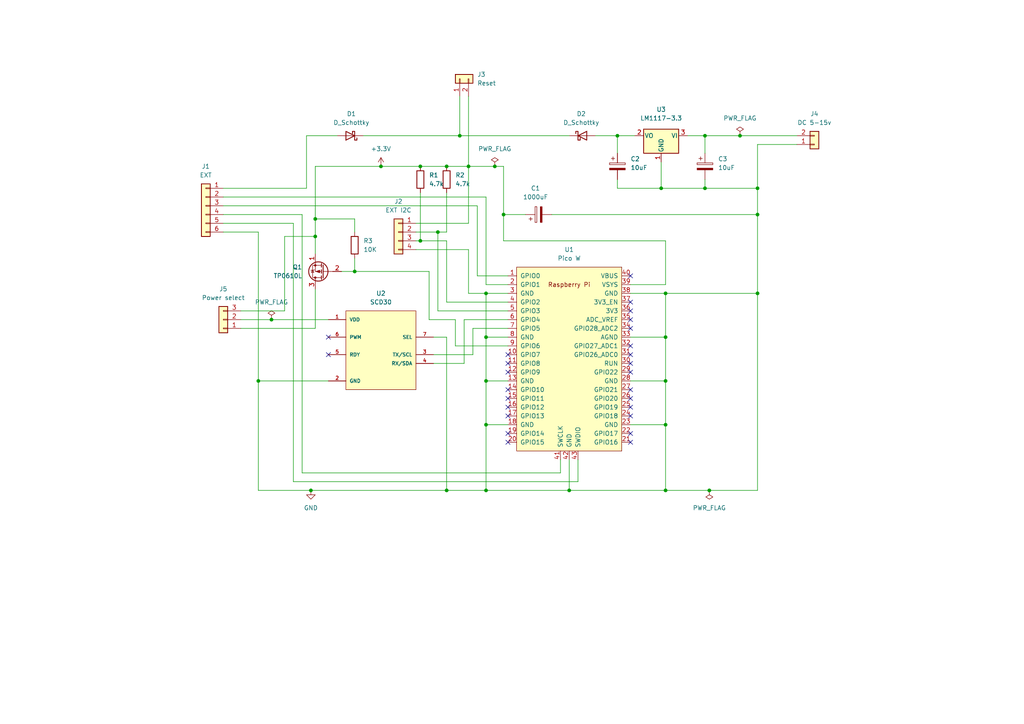
<source format=kicad_sch>
(kicad_sch (version 20211123) (generator eeschema)
  (paper "A4")
  (lib_symbols
    (symbol "Conn_01x02_2" (pin_names (offset 1.016) hide)
      (property "Reference" "J" (at 0 2.54 0))
      (property "Value" "Conn_01x02_2" (at 0 -5.08 0))
      (symbol "Conn_01x02_2_1_1"
        (rectangle (start -1.27 -2.413) (end 0 -2.667) (stroke (width 0.1524)))
        (rectangle (start -1.27 0.127) (end 0 -0.127) (stroke (width 0.1524)))
        (rectangle (start -1.27 1.27) (end 1.27 -3.81) (stroke (width 0.254)) (fill (type background)))
        (pin passive line (at -5.08 0 0) (length 3.81) (name "Pin_1") (number "1"))
        (pin passive line (at -5.08 -2.54 0) (length 3.81) (name "Pin_2") (number "2"))
      )
    )
    (symbol "Conn_01x06_1" (pin_names (offset 1.016) hide)
      (property "Reference" "J" (at 0 7.62 0))
      (property "Value" "Conn_01x06_1" (at 0 -10.16 0))
      (symbol "Conn_01x06_1_1_1"
        (rectangle (start -1.27 -7.493) (end 0 -7.747) (stroke (width 0.1524)))
        (rectangle (start -1.27 -4.953) (end 0 -5.207) (stroke (width 0.1524)))
        (rectangle (start -1.27 -2.413) (end 0 -2.667) (stroke (width 0.1524)))
        (rectangle (start -1.27 0.127) (end 0 -0.127) (stroke (width 0.1524)))
        (rectangle (start -1.27 2.667) (end 0 2.413) (stroke (width 0.1524)))
        (rectangle (start -1.27 5.207) (end 0 4.953) (stroke (width 0.1524)))
        (rectangle (start -1.27 6.35) (end 1.27 -8.89) (stroke (width 0.254)) (fill (type background)))
        (pin passive line (at -5.08 5.08 0) (length 3.81) (name "Pin_1") (number "1"))
        (pin passive line (at -5.08 2.54 0) (length 3.81) (name "Pin_2") (number "2"))
        (pin passive line (at -5.08 0 0) (length 3.81) (name "Pin_3") (number "3"))
        (pin passive line (at -5.08 -2.54 0) (length 3.81) (name "Pin_4") (number "4"))
        (pin passive line (at -5.08 -5.08 0) (length 3.81) (name "Pin_5") (number "5"))
        (pin passive line (at -5.08 -7.62 0) (length 3.81) (name "Pin_6") (number "6"))
      )
    )
    (symbol "Connector_Generic:Conn_01x02" (pin_names (offset 1.016) hide)
      (property "Reference" "J" (at 0 2.54 0))
      (property "Value" "Conn_01x02" (at 0 -5.08 0))
      (symbol "Conn_01x02_1_1"
        (rectangle (start -1.27 -2.413) (end 0 -2.667) (stroke (width 0.1524)))
        (rectangle (start -1.27 0.127) (end 0 -0.127) (stroke (width 0.1524)))
        (rectangle (start -1.27 1.27) (end 1.27 -3.81) (stroke (width 0.254)) (fill (type background)))
        (pin passive line (at -5.08 0 0) (length 3.81) (name "Pin_1") (number "1"))
        (pin passive line (at -5.08 -2.54 0) (length 3.81) (name "Pin_2") (number "2"))
      )
    )
    (symbol "Connector_Generic:Conn_01x03" (pin_names (offset 1.016) hide)
      (property "Reference" "J" (at 0 5.08 0))
      (property "Value" "Conn_01x03" (at 0 -5.08 0))
      (symbol "Conn_01x03_1_1"
        (rectangle (start -1.27 -2.413) (end 0 -2.667) (stroke (width 0.1524)))
        (rectangle (start -1.27 0.127) (end 0 -0.127) (stroke (width 0.1524)))
        (rectangle (start -1.27 2.667) (end 0 2.413) (stroke (width 0.1524)))
        (rectangle (start -1.27 3.81) (end 1.27 -3.81) (stroke (width 0.254)) (fill (type background)))
        (pin passive line (at -5.08 2.54 0) (length 3.81) (name "Pin_1") (number "1"))
        (pin passive line (at -5.08 0 0) (length 3.81) (name "Pin_2") (number "2"))
        (pin passive line (at -5.08 -2.54 0) (length 3.81) (name "Pin_3") (number "3"))
      )
    )
    (symbol "Connector_Generic:Conn_01x04" (pin_names (offset 1.016) hide)
      (property "Reference" "J" (at 0 5.08 0))
      (property "Value" "Conn_01x04" (at 0 -7.62 0))
      (symbol "Conn_01x04_1_1"
        (rectangle (start -1.27 -4.953) (end 0 -5.207) (stroke (width 0.1524)))
        (rectangle (start -1.27 -2.413) (end 0 -2.667) (stroke (width 0.1524)))
        (rectangle (start -1.27 0.127) (end 0 -0.127) (stroke (width 0.1524)))
        (rectangle (start -1.27 2.667) (end 0 2.413) (stroke (width 0.1524)))
        (rectangle (start -1.27 3.81) (end 1.27 -6.35) (stroke (width 0.254)) (fill (type background)))
        (pin passive line (at -5.08 2.54 0) (length 3.81) (name "Pin_1") (number "1"))
        (pin passive line (at -5.08 0 0) (length 3.81) (name "Pin_2") (number "2"))
        (pin passive line (at -5.08 -2.54 0) (length 3.81) (name "Pin_3") (number "3"))
        (pin passive line (at -5.08 -5.08 0) (length 3.81) (name "Pin_4") (number "4"))
      )
    )
    (symbol "Device:C_Polarized" (pin_numbers hide) (pin_names (offset 0.254))
      (property "Reference" "C" (at 0.635 2.54 0))
      (property "Value" "C_Polarized" (at 0.635 -2.54 0))
      (symbol "C_Polarized_0_1"
        (rectangle (start -2.286 0.508) (end 2.286 1.016))
        (polyline (pts (xy -1.778 2.286) (xy -0.762 2.286)))
        (polyline (pts (xy -1.27 2.794) (xy -1.27 1.778)))
        (rectangle (start 2.286 -0.508) (end -2.286 -1.016) (fill (type outline)))
      )
      (symbol "C_Polarized_1_1"
        (pin passive line (at 0 3.81 270) (length 2.794) (name "~") (number "1"))
        (pin passive line (at 0 -3.81 90) (length 2.794) (name "~") (number "2"))
      )
    )
    (symbol "Device:D_Schottky" (pin_numbers hide) (pin_names (offset 1.016) hide)
      (property "Reference" "D" (at 0 2.54 0))
      (property "Value" "D_Schottky" (at 0 -2.54 0))
      (symbol "D_Schottky_0_1"
        (polyline (pts (xy 1.27 0) (xy -1.27 0)))
        (polyline (pts (xy 1.27 1.27) (xy 1.27 -1.27) (xy -1.27 0) (xy 1.27 1.27)) (stroke (width 0.254)))
        (polyline (pts (xy -1.905 0.635) (xy -1.905 1.27) (xy -1.27 1.27) (xy -1.27 -1.27) (xy -0.635 -1.27) (xy -0.635 -0.635)) (stroke (width 0.254)))
      )
      (symbol "D_Schottky_1_1"
        (pin passive line (at -3.81 0 0) (length 2.54) (name "K") (number "1"))
        (pin passive line (at 3.81 0 180) (length 2.54) (name "A") (number "2"))
      )
    )
    (symbol "Device:R" (pin_numbers hide) (pin_names (offset 0))
      (property "Reference" "R" (at 2.032 0 90))
      (property "Value" "R" (at 0 0 90))
      (symbol "R_0_1"
        (rectangle (start -1.016 -2.54) (end 1.016 2.54) (stroke (width 0.254)))
      )
      (symbol "R_1_1"
        (pin passive line (at 0 3.81 270) (length 1.27) (name "~") (number "1"))
        (pin passive line (at 0 -3.81 90) (length 1.27) (name "~") (number "2"))
      )
    )
    (symbol "PicoW:PicoW" (pin_names (offset 1.016))
      (property "Reference" "U" (at -13.97 27.94 0))
      (property "Value" "PicoW" (at 0 19.05 0))
      (symbol "PicoW_0_0"
        (text "Raspberry Pi" (at 0 21.59 0) (effects (font (size 1.27 1.27))))
      )
      (symbol "PicoW_0_1"
        (rectangle (start -15.24 26.67) (end 15.24 -26.67) (fill (type background)))
      )
      (symbol "PicoW_1_1"
        (pin bidirectional line (at -17.78 24.13 0) (length 2.54) (name "GPIO0") (number "1"))
        (pin bidirectional line (at -17.78 1.27 0) (length 2.54) (name "GPIO7") (number "10"))
        (pin bidirectional line (at -17.78 -1.27 0) (length 2.54) (name "GPIO8") (number "11"))
        (pin bidirectional line (at -17.78 -3.81 0) (length 2.54) (name "GPIO9") (number "12"))
        (pin power_in line (at -17.78 -6.35 0) (length 2.54) (name "GND") (number "13"))
        (pin bidirectional line (at -17.78 -8.89 0) (length 2.54) (name "GPIO10") (number "14"))
        (pin bidirectional line (at -17.78 -11.43 0) (length 2.54) (name "GPIO11") (number "15"))
        (pin bidirectional line (at -17.78 -13.97 0) (length 2.54) (name "GPIO12") (number "16"))
        (pin bidirectional line (at -17.78 -16.51 0) (length 2.54) (name "GPIO13") (number "17"))
        (pin power_in line (at -17.78 -19.05 0) (length 2.54) (name "GND") (number "18"))
        (pin bidirectional line (at -17.78 -21.59 0) (length 2.54) (name "GPIO14") (number "19"))
        (pin bidirectional line (at -17.78 21.59 0) (length 2.54) (name "GPIO1") (number "2"))
        (pin bidirectional line (at -17.78 -24.13 0) (length 2.54) (name "GPIO15") (number "20"))
        (pin bidirectional line (at 17.78 -24.13 180) (length 2.54) (name "GPIO16") (number "21"))
        (pin bidirectional line (at 17.78 -21.59 180) (length 2.54) (name "GPIO17") (number "22"))
        (pin power_in line (at 17.78 -19.05 180) (length 2.54) (name "GND") (number "23"))
        (pin bidirectional line (at 17.78 -16.51 180) (length 2.54) (name "GPIO18") (number "24"))
        (pin bidirectional line (at 17.78 -13.97 180) (length 2.54) (name "GPIO19") (number "25"))
        (pin bidirectional line (at 17.78 -11.43 180) (length 2.54) (name "GPIO20") (number "26"))
        (pin bidirectional line (at 17.78 -8.89 180) (length 2.54) (name "GPIO21") (number "27"))
        (pin power_in line (at 17.78 -6.35 180) (length 2.54) (name "GND") (number "28"))
        (pin bidirectional line (at 17.78 -3.81 180) (length 2.54) (name "GPIO22") (number "29"))
        (pin power_in line (at -17.78 19.05 0) (length 2.54) (name "GND") (number "3"))
        (pin input line (at 17.78 -1.27 180) (length 2.54) (name "RUN") (number "30"))
        (pin bidirectional line (at 17.78 1.27 180) (length 2.54) (name "GPIO26_ADC0") (number "31"))
        (pin bidirectional line (at 17.78 3.81 180) (length 2.54) (name "GPIO27_ADC1") (number "32"))
        (pin power_in line (at 17.78 6.35 180) (length 2.54) (name "AGND") (number "33"))
        (pin bidirectional line (at 17.78 8.89 180) (length 2.54) (name "GPIO28_ADC2") (number "34"))
        (pin unspecified line (at 17.78 11.43 180) (length 2.54) (name "ADC_VREF") (number "35"))
        (pin unspecified line (at 17.78 13.97 180) (length 2.54) (name "3V3") (number "36"))
        (pin input line (at 17.78 16.51 180) (length 2.54) (name "3V3_EN") (number "37"))
        (pin power_in line (at 17.78 19.05 180) (length 2.54) (name "GND") (number "38"))
        (pin power_in line (at 17.78 21.59 180) (length 2.54) (name "VSYS") (number "39"))
        (pin bidirectional line (at -17.78 16.51 0) (length 2.54) (name "GPIO2") (number "4"))
        (pin unspecified line (at 17.78 24.13 180) (length 2.54) (name "VBUS") (number "40"))
        (pin input line (at -2.54 -29.21 90) (length 2.54) (name "SWCLK") (number "41"))
        (pin power_in line (at 0 -29.21 90) (length 2.54) (name "GND") (number "42"))
        (pin bidirectional line (at 2.54 -29.21 90) (length 2.54) (name "SWDIO") (number "43"))
        (pin bidirectional line (at -17.78 13.97 0) (length 2.54) (name "GPIO3") (number "5"))
        (pin bidirectional line (at -17.78 11.43 0) (length 2.54) (name "GPIO4") (number "6"))
        (pin bidirectional line (at -17.78 8.89 0) (length 2.54) (name "GPIO5") (number "7"))
        (pin power_in line (at -17.78 6.35 0) (length 2.54) (name "GND") (number "8"))
        (pin bidirectional line (at -17.78 3.81 0) (length 2.54) (name "GPIO6") (number "9"))
      )
    )
    (symbol "Regulator_Linear:LM1117-3.3" (pin_names (offset 0.254))
      (property "Reference" "U" (at -3.81 3.175 0))
      (property "Value" "LM1117-3.3" (at 0 3.175 0))
      (symbol "LM1117-3.3_0_1"
        (rectangle (start -5.08 -5.08) (end 5.08 1.905) (stroke (width 0.254)) (fill (type background)))
      )
      (symbol "LM1117-3.3_1_1"
        (pin power_in line (at 0 -7.62 90) (length 2.54) (name "GND") (number "1"))
        (pin power_out line (at 7.62 0 180) (length 2.54) (name "VO") (number "2"))
        (pin power_in line (at -7.62 0 0) (length 2.54) (name "VI") (number "3"))
      )
    )
    (symbol "SCD30:SCD30" (pin_names (offset 1.016))
      (property "Reference" "U" (at -10.16 13.462 0))
      (property "Value" "SCD30" (at -10.16 -12.7 0))
      (symbol "SCD30_0_0"
        (rectangle (start -10.16 -10.16) (end 10.16 12.7) (stroke (width 0.1524)) (fill (type background)))
        (pin power_in line (at 15.24 10.16 180) (length 5.08) (name "VDD") (number "1"))
        (pin power_in line (at 15.24 -7.62 180) (length 5.08) (name "GND") (number "2"))
        (pin bidirectional line (at -15.24 0 0) (length 5.08) (name "TX/SCL") (number "3"))
        (pin bidirectional line (at -15.24 -2.54 0) (length 5.08) (name "RX/SDA") (number "4"))
        (pin bidirectional line (at 15.24 0 180) (length 5.08) (name "RDY") (number "5"))
        (pin output line (at 15.24 5.08 180) (length 5.08) (name "PWM") (number "6"))
        (pin input line (at -15.24 5.08 0) (length 5.08) (name "SEL") (number "7"))
      )
    )
    (symbol "Transistor_FET:TP0610L" (pin_names hide)
      (property "Reference" "Q" (at 5.08 1.905 0))
      (property "Value" "TP0610L" (at 5.08 0 0))
      (symbol "TP0610L_0_1"
        (polyline (pts (xy 0.254 0) (xy -2.54 0)))
        (polyline (pts (xy 0.254 1.905) (xy 0.254 -1.905)) (stroke (width 0.254)))
        (polyline (pts (xy 0.762 -1.27) (xy 0.762 -2.286)) (stroke (width 0.254)))
        (polyline (pts (xy 0.762 0.508) (xy 0.762 -0.508)) (stroke (width 0.254)))
        (polyline (pts (xy 0.762 2.286) (xy 0.762 1.27)) (stroke (width 0.254)))
        (polyline (pts (xy 2.54 2.54) (xy 2.54 1.778)))
        (polyline (pts (xy 2.54 -2.54) (xy 2.54 0) (xy 0.762 0)))
        (polyline (pts (xy 0.762 1.778) (xy 3.302 1.778) (xy 3.302 -1.778) (xy 0.762 -1.778)))
        (polyline (pts (xy 2.286 0) (xy 1.27 0.381) (xy 1.27 -0.381) (xy 2.286 0)) (fill (type outline)))
        (polyline (pts (xy 2.794 -0.508) (xy 2.921 -0.381) (xy 3.683 -0.381) (xy 3.81 -0.254)))
        (polyline (pts (xy 3.302 -0.381) (xy 2.921 0.254) (xy 3.683 0.254) (xy 3.302 -0.381)))
        (circle (center 1.651 0) (radius 2.794) (stroke (width 0.254)))
        (circle (center 2.54 -1.778) (radius 0.254) (fill (type outline)))
        (circle (center 2.54 1.778) (radius 0.254) (fill (type outline)))
      )
      (symbol "TP0610L_1_1"
        (pin passive line (at 2.54 -5.08 90) (length 2.54) (name "S") (number "1"))
        (pin input line (at -5.08 0 0) (length 2.54) (name "G") (number "2"))
        (pin passive line (at 2.54 5.08 270) (length 2.54) (name "D") (number "3"))
      )
    )
    (symbol "power:+3.3V" (power) (pin_names (offset 0))
      (property "Value" "+3.3V" (at 0 3.556 0))
      (symbol "+3.3V_0_1"
        (polyline (pts (xy -0.762 1.27) (xy 0 2.54)))
        (polyline (pts (xy 0 0) (xy 0 2.54)))
        (polyline (pts (xy 0 2.54) (xy 0.762 1.27)))
      )
      (symbol "+3.3V_1_1"
        (pin power_in line (at 0 0 90) (length 0) hide (name "+3.3V") (number "1"))
      )
    )
    (symbol "power:GND" (power) (pin_names (offset 0))
      (property "Value" "GND" (at 0 -3.81 0))
      (symbol "GND_0_1"
        (polyline (pts (xy 0 0) (xy 0 -1.27) (xy 1.27 -1.27) (xy 0 -2.54) (xy -1.27 -1.27) (xy 0 -1.27)))
      )
      (symbol "GND_1_1"
        (pin power_in line (at 0 0 270) (length 0) hide (name "GND") (number "1"))
      )
    )
    (symbol "power:PWR_FLAG" (power) (pin_numbers hide) (pin_names (offset 0) hide)
      (property "Value" "PWR_FLAG" (at 0 3.81 0))
      (symbol "PWR_FLAG_0_0"
        (pin power_out line (at 0 0 90) (length 0) (name "pwr") (number "1"))
      )
      (symbol "PWR_FLAG_0_1"
        (polyline (pts (xy 0 0) (xy 0 1.27) (xy -1.016 1.905) (xy 0 2.54) (xy 1.016 1.905) (xy 0 1.27)))
      )
    )
  )
  (junction (at 91.44 68.58))
  (junction (at 204.47 54.61))
  (junction (at 193.04 110.49))
  (junction (at 140.97 142.24))
  (junction (at 140.97 123.19))
  (junction (at 146.05 62.23))
  (junction (at 143.51 48.26))
  (junction (at 121.92 69.85))
  (junction (at 90.17 142.24))
  (junction (at 193.04 142.24))
  (junction (at 121.92 48.26))
  (junction (at 193.04 97.79))
  (junction (at 193.04 123.19))
  (junction (at 193.04 85.09))
  (junction (at 179.07 39.37))
  (junction (at 127 67.31))
  (junction (at 91.44 63.5))
  (junction (at 219.71 54.61))
  (junction (at 219.71 62.23))
  (junction (at 78.74 92.71))
  (junction (at 140.97 97.79))
  (junction (at 74.93 110.49))
  (junction (at 110.49 48.26))
  (junction (at 165.1 142.24))
  (junction (at 219.71 85.09))
  (junction (at 129.54 48.26))
  (junction (at 140.97 85.09))
  (junction (at 102.87 78.74))
  (junction (at 140.97 110.49))
  (junction (at 191.77 54.61))
  (junction (at 135.89 48.26))
  (junction (at 133.35 39.37))
  (junction (at 214.63 39.37))
  (junction (at 204.47 39.37))
  (junction (at 129.54 142.24))
  (junction (at 205.74 142.24))
  (no_connect (at 182.88 87.63))
  (no_connect (at 147.32 102.87))
  (no_connect (at 147.32 105.41))
  (no_connect (at 147.32 120.65))
  (no_connect (at 147.32 107.95))
  (no_connect (at 147.32 113.03))
  (no_connect (at 147.32 115.57))
  (no_connect (at 147.32 118.11))
  (no_connect (at 147.32 128.27))
  (no_connect (at 147.32 125.73))
  (no_connect (at 182.88 102.87))
  (no_connect (at 182.88 105.41))
  (no_connect (at 182.88 107.95))
  (no_connect (at 182.88 125.73))
  (no_connect (at 182.88 128.27))
  (no_connect (at 182.88 118.11))
  (no_connect (at 182.88 120.65))
  (no_connect (at 182.88 100.33))
  (no_connect (at 182.88 113.03))
  (no_connect (at 182.88 115.57))
  (no_connect (at 182.88 92.71))
  (no_connect (at 182.88 95.25))
  (no_connect (at 182.88 90.17))
  (no_connect (at 182.88 80.01))
  (no_connect (at 95.25 102.87))
  (no_connect (at 95.25 97.79))
  (wire (pts (xy 219.71 85.09) (xy 219.71 142.24)))
  (wire (pts (xy 135.89 48.26) (xy 143.51 48.26)))
  (wire (pts (xy 140.97 85.09) (xy 140.97 97.79)))
  (wire (pts (xy 74.93 142.24) (xy 90.17 142.24)))
  (wire (pts (xy 140.97 97.79) (xy 147.32 97.79)))
  (wire (pts (xy 137.16 102.87) (xy 137.16 95.25)))
  (wire (pts (xy 74.93 110.49) (xy 74.93 142.24)))
  (wire (pts (xy 204.47 54.61) (xy 219.71 54.61)))
  (wire (pts (xy 88.9 54.61) (xy 88.9 39.37)))
  (wire (pts (xy 69.85 90.17) (xy 82.55 90.17)))
  (wire (pts (xy 146.05 48.26) (xy 146.05 62.23)))
  (wire (pts (xy 129.54 87.63) (xy 129.54 69.85)))
  (wire (pts (xy 135.89 85.09) (xy 140.97 85.09)))
  (wire (pts (xy 134.62 105.41) (xy 134.62 92.71)))
  (wire (pts (xy 134.62 92.71) (xy 147.32 92.71)))
  (wire (pts (xy 146.05 62.23) (xy 152.4 62.23)))
  (wire (pts (xy 162.56 133.35) (xy 162.56 137.16)))
  (wire (pts (xy 91.44 63.5) (xy 91.44 68.58)))
  (wire (pts (xy 129.54 142.24) (xy 140.97 142.24)))
  (wire (pts (xy 129.54 55.88) (xy 129.54 67.31)))
  (wire (pts (xy 193.04 82.55) (xy 193.04 69.85)))
  (wire (pts (xy 193.04 142.24) (xy 205.74 142.24)))
  (wire (pts (xy 105.41 39.37) (xy 133.35 39.37)))
  (wire (pts (xy 90.17 142.24) (xy 129.54 142.24)))
  (wire (pts (xy 143.51 48.26) (xy 146.05 48.26)))
  (wire (pts (xy 135.89 72.39) (xy 135.89 85.09)))
  (wire (pts (xy 219.71 62.23) (xy 219.71 85.09)))
  (wire (pts (xy 182.88 85.09) (xy 193.04 85.09)))
  (wire (pts (xy 133.35 39.37) (xy 165.1 39.37)))
  (wire (pts (xy 219.71 41.91) (xy 231.14 41.91)))
  (wire (pts (xy 102.87 74.93) (xy 102.87 78.74)))
  (wire (pts (xy 204.47 52.07) (xy 204.47 54.61)))
  (wire (pts (xy 191.77 46.99) (xy 191.77 54.61)))
  (wire (pts (xy 133.35 39.37) (xy 133.35 27.94)))
  (wire (pts (xy 125.73 97.79) (xy 129.54 97.79)))
  (wire (pts (xy 214.63 39.37) (xy 231.14 39.37)))
  (wire (pts (xy 167.64 139.7) (xy 85.09 139.7)))
  (wire (pts (xy 121.92 55.88) (xy 121.92 69.85)))
  (wire (pts (xy 140.97 123.19) (xy 140.97 142.24)))
  (wire (pts (xy 138.43 59.69) (xy 138.43 80.01)))
  (wire (pts (xy 64.77 54.61) (xy 88.9 54.61)))
  (wire (pts (xy 88.9 39.37) (xy 97.79 39.37)))
  (wire (pts (xy 87.63 62.23) (xy 64.77 62.23)))
  (wire (pts (xy 146.05 69.85) (xy 193.04 69.85)))
  (wire (pts (xy 74.93 67.31) (xy 74.93 110.49)))
  (wire (pts (xy 102.87 63.5) (xy 91.44 63.5)))
  (wire (pts (xy 162.56 137.16) (xy 87.63 137.16)))
  (wire (pts (xy 127 90.17) (xy 147.32 90.17)))
  (wire (pts (xy 82.55 90.17) (xy 82.55 68.58)))
  (wire (pts (xy 140.97 142.24) (xy 165.1 142.24)))
  (wire (pts (xy 120.65 69.85) (xy 121.92 69.85)))
  (wire (pts (xy 74.93 110.49) (xy 95.25 110.49)))
  (wire (pts (xy 120.65 72.39) (xy 135.89 72.39)))
  (wire (pts (xy 64.77 59.69) (xy 138.43 59.69)))
  (wire (pts (xy 165.1 133.35) (xy 165.1 142.24)))
  (wire (pts (xy 91.44 95.25) (xy 91.44 83.82)))
  (wire (pts (xy 124.46 92.71) (xy 132.08 92.71)))
  (wire (pts (xy 179.07 39.37) (xy 184.15 39.37)))
  (wire (pts (xy 121.92 69.85) (xy 129.54 69.85)))
  (wire (pts (xy 102.87 78.74) (xy 124.46 78.74)))
  (wire (pts (xy 147.32 82.55) (xy 140.97 82.55)))
  (wire (pts (xy 193.04 97.79) (xy 193.04 110.49)))
  (wire (pts (xy 160.02 62.23) (xy 219.71 62.23)))
  (wire (pts (xy 129.54 48.26) (xy 135.89 48.26)))
  (wire (pts (xy 167.64 133.35) (xy 167.64 139.7)))
  (wire (pts (xy 146.05 62.23) (xy 146.05 69.85)))
  (wire (pts (xy 179.07 39.37) (xy 179.07 44.45)))
  (wire (pts (xy 135.89 64.77) (xy 135.89 48.26)))
  (wire (pts (xy 182.88 110.49) (xy 193.04 110.49)))
  (wire (pts (xy 138.43 80.01) (xy 147.32 80.01)))
  (wire (pts (xy 165.1 142.24) (xy 193.04 142.24)))
  (wire (pts (xy 120.65 67.31) (xy 127 67.31)))
  (wire (pts (xy 182.88 97.79) (xy 193.04 97.79)))
  (wire (pts (xy 205.74 142.24) (xy 219.71 142.24)))
  (wire (pts (xy 99.06 78.74) (xy 102.87 78.74)))
  (wire (pts (xy 193.04 85.09) (xy 193.04 97.79)))
  (wire (pts (xy 179.07 52.07) (xy 179.07 54.61)))
  (wire (pts (xy 132.08 92.71) (xy 132.08 100.33)))
  (wire (pts (xy 182.88 123.19) (xy 193.04 123.19)))
  (wire (pts (xy 110.49 48.26) (xy 121.92 48.26)))
  (wire (pts (xy 91.44 48.26) (xy 110.49 48.26)))
  (wire (pts (xy 64.77 67.31) (xy 74.93 67.31)))
  (wire (pts (xy 127 67.31) (xy 129.54 67.31)))
  (wire (pts (xy 140.97 110.49) (xy 147.32 110.49)))
  (wire (pts (xy 78.74 92.71) (xy 95.25 92.71)))
  (wire (pts (xy 85.09 139.7) (xy 85.09 64.77)))
  (wire (pts (xy 140.97 57.15) (xy 64.77 57.15)))
  (wire (pts (xy 191.77 54.61) (xy 204.47 54.61)))
  (wire (pts (xy 121.92 48.26) (xy 129.54 48.26)))
  (wire (pts (xy 140.97 123.19) (xy 147.32 123.19)))
  (wire (pts (xy 172.72 39.37) (xy 179.07 39.37)))
  (wire (pts (xy 69.85 92.71) (xy 78.74 92.71)))
  (wire (pts (xy 140.97 57.15) (xy 140.97 82.55)))
  (wire (pts (xy 219.71 54.61) (xy 219.71 62.23)))
  (wire (pts (xy 69.85 95.25) (xy 91.44 95.25)))
  (wire (pts (xy 120.65 64.77) (xy 135.89 64.77)))
  (wire (pts (xy 199.39 39.37) (xy 204.47 39.37)))
  (wire (pts (xy 140.97 97.79) (xy 140.97 110.49)))
  (wire (pts (xy 124.46 78.74) (xy 124.46 92.71)))
  (wire (pts (xy 132.08 100.33) (xy 147.32 100.33)))
  (wire (pts (xy 102.87 67.31) (xy 102.87 63.5)))
  (wire (pts (xy 129.54 97.79) (xy 129.54 142.24)))
  (wire (pts (xy 125.73 105.41) (xy 134.62 105.41)))
  (wire (pts (xy 137.16 95.25) (xy 147.32 95.25)))
  (wire (pts (xy 140.97 110.49) (xy 140.97 123.19)))
  (wire (pts (xy 91.44 68.58) (xy 91.44 73.66)))
  (wire (pts (xy 204.47 39.37) (xy 204.47 44.45)))
  (wire (pts (xy 147.32 85.09) (xy 140.97 85.09)))
  (wire (pts (xy 127 67.31) (xy 127 90.17)))
  (wire (pts (xy 135.89 27.94) (xy 135.89 48.26)))
  (wire (pts (xy 204.47 39.37) (xy 214.63 39.37)))
  (wire (pts (xy 91.44 68.58) (xy 82.55 68.58)))
  (wire (pts (xy 193.04 85.09) (xy 219.71 85.09)))
  (wire (pts (xy 64.77 64.77) (xy 85.09 64.77)))
  (wire (pts (xy 182.88 82.55) (xy 193.04 82.55)))
  (wire (pts (xy 179.07 54.61) (xy 191.77 54.61)))
  (wire (pts (xy 125.73 102.87) (xy 137.16 102.87)))
  (wire (pts (xy 91.44 63.5) (xy 91.44 48.26)))
  (wire (pts (xy 219.71 41.91) (xy 219.71 54.61)))
  (wire (pts (xy 147.32 87.63) (xy 129.54 87.63)))
  (wire (pts (xy 87.63 137.16) (xy 87.63 62.23)))
  (wire (pts (xy 193.04 123.19) (xy 193.04 142.24)))
  (wire (pts (xy 193.04 110.49) (xy 193.04 123.19)))
  (symbol (lib_id "power:PWR_FLAG") (at 143.51 48.26 0) (unit 1)
    (property "Reference" "#FLG0101" (effects hide))
    (property "Value" "PWR_FLAG" (at 143.51 43.18 0))
  )
  (symbol (lib_id "power:PWR_FLAG") (at 205.74 142.24 0) (mirror x) (unit 1)
    (property "Reference" "#FLG0102" (effects hide))
    (property "Value" "PWR_FLAG" (at 205.74 147.32 0))
  )
  (symbol (lib_id "power:PWR_FLAG") (at 78.74 92.71 0) (unit 1)
    (property "Reference" "#FLG0104" (effects hide))
    (property "Value" "PWR_FLAG" (at 78.74 87.63 0))
  )
  (symbol (lib_id "Device:R") (at 129.54 52.07 0) (unit 1)
    (property "Reference" "R2" (at 132.08 50.7999 0) (effects (justify left)))
    (property "Value" "4.7k" (at 132.08 53.3399 0) (effects (justify left)))
    (property "Footprint" "Resistor_THT:R_Axial_DIN0207_L6.3mm_D2.5mm_P7.62mm_Horizontal" (effects hide))
  )
  (symbol (lib_id "Transistor_FET:TP0610L") (at 93.98 78.74 180) (unit 1)
    (property "Reference" "Q1" (at 87.63 77.4699 0) (effects (justify left)))
    (property "Value" "TP0610L" (at 87.63 80.0099 0) (effects (justify left)))
    (property "Footprint" "Package_TO_SOT_THT:TO-92L_Inline" (effects hide))
    (property "Datasheet" "http://www.vishay.com/docs/70209/70209.pdf" (effects hide))
  )
  (symbol (lib_id "Device:D_Schottky") (at 101.6 39.37 180) (unit 1)
    (property "Reference" "D1" (at 101.9175 33.02 0))
    (property "Value" "D_Schottky" (at 101.9175 35.56 0))
    (property "Footprint" "Diode_THT:D_DO-35_SOD27_P7.62mm_Horizontal" (effects hide))
  )
  (symbol (lib_id "Device:C_Polarized") (at 156.21 62.23 90) (unit 1)
    (property "Reference" "C1" (at 155.321 54.61 90))
    (property "Value" "1000uF" (at 155.321 57.15 90))
    (property "Footprint" "Capacitor_THT:CP_Radial_D12.5mm_P5.00mm" (effects hide))
  )
  (symbol (lib_id "Device:R") (at 121.92 52.07 0) (unit 1)
    (property "Reference" "R1" (at 124.46 50.7999 0) (effects (justify left)))
    (property "Value" "4.7k" (at 124.46 53.3399 0) (effects (justify left)))
    (property "Footprint" "Resistor_THT:R_Axial_DIN0207_L6.3mm_D2.5mm_P7.62mm_Horizontal" (effects hide))
  )
  (symbol (lib_id "power:PWR_FLAG") (at 214.63 39.37 0) (unit 1)
    (property "Reference" "#FLG0103" (effects hide))
    (property "Value" "PWR_FLAG" (at 214.63 34.29 0))
  )
  (symbol (lib_name "Conn_01x06_1") (lib_id "Connector_Generic:Conn_01x06") (at 59.69 59.69 0) (mirror y) (unit 1)
    (property "Reference" "J1" (at 59.69 48.26 0))
    (property "Value" "EXT" (at 59.69 50.8 0))
    (property "Footprint" "Connector_JST:JST_XH_B6B-XH-A_1x06_P2.50mm_Vertical" (effects hide))
  )
  (symbol (lib_name "Conn_01x02_2") (lib_id "Connector_Generic:Conn_01x02") (at 236.22 41.91 0) (mirror x) (unit 1)
    (property "Reference" "J4" (at 236.22 33.02 0))
    (property "Value" "DC 5-15v" (at 236.22 35.56 0))
    (property "Footprint" "Connector_JST:JST_XH_B2B-XH-A_1x02_P2.50mm_Vertical" (effects hide))
  )
  (symbol (lib_id "Connector_Generic:Conn_01x03") (at 64.77 92.71 180) (unit 1)
    (property "Reference" "J5" (at 64.77 83.82 0))
    (property "Value" "Power select" (at 64.77 86.36 0))
    (property "Footprint" "Connector_PinHeader_2.54mm:PinHeader_1x03_P2.54mm_Vertical" (effects hide))
  )
  (symbol (lib_id "Device:R") (at 102.87 71.12 0) (unit 1)
    (property "Reference" "R3" (at 105.41 69.8499 0) (effects (justify left)))
    (property "Value" "10K" (at 105.41 72.3899 0) (effects (justify left)))
    (property "Footprint" "Resistor_THT:R_Axial_DIN0207_L6.3mm_D2.5mm_P7.62mm_Horizontal" (effects hide))
  )
  (symbol (lib_id "SCD30:SCD30") (at 110.49 102.87 0) (mirror y) (unit 1)
    (property "Reference" "U2" (at 110.49 85.09 0))
    (property "Value" "SCD30" (at 110.49 87.63 0))
    (property "Footprint" "SCD30:MODULE_SCD30" (effects hide))
    (property "PARTREV" "D1" (effects hide))
    (property "STANDARD" "Manufacturer Recommendations" (effects hide))
    (property "MAXIMUM_PACKAGE_HEIGHT" "7.0mm" (effects hide))
    (property "MANUFACTURER" "Sensirion" (effects hide))
  )
  (symbol (lib_id "Connector_Generic:Conn_01x04") (at 115.57 67.31 0) (mirror y) (unit 1)
    (property "Reference" "J2" (at 115.57 58.42 0))
    (property "Value" "EXT I2C" (at 115.57 60.96 0))
    (property "Footprint" "Connector_JST:JST_XH_B4B-XH-A_1x04_P2.50mm_Vertical" (effects hide))
  )
  (symbol (lib_id "power:+3.3V") (at 110.49 48.26 0) (unit 1)
    (property "Reference" "#PWR0101" (effects hide))
    (property "Value" "+3.3V" (at 110.49 43.18 0))
  )
  (symbol (lib_id "Device:C_Polarized") (at 204.47 48.26 0) (unit 1)
    (property "Reference" "C3" (at 208.28 46.1009 0) (effects (justify left)))
    (property "Value" "10uF" (at 208.28 48.6409 0) (effects (justify left)))
    (property "Footprint" "Capacitor_THT:C_Radial_D6.3mm_H5.0mm_P2.50mm" (effects hide))
  )
  (symbol (lib_id "Connector_Generic:Conn_01x02") (at 133.35 22.86 90) (unit 1)
    (property "Reference" "J3" (at 138.43 21.5899 90) (effects (justify right)))
    (property "Value" "Reset" (at 138.43 24.1299 90) (effects (justify right)))
    (property "Footprint" "Connector_JST:JST_XH_B2B-XH-A_1x02_P2.50mm_Vertical" (effects hide))
  )
  (symbol (lib_id "Regulator_Linear:LM1117-3.3") (at 191.77 39.37 0) (mirror y) (unit 1)
    (property "Reference" "U3" (at 191.77 31.75 0))
    (property "Value" "LM1117-3.3" (at 191.77 34.29 0))
    (property "Footprint" "Package_TO_SOT_THT:TO-220-3_Horizontal_TabDown" (effects hide))
    (property "Datasheet" "http://www.ti.com/lit/ds/symlink/lm1117.pdf" (effects hide))
  )
  (symbol (lib_id "power:GND") (at 90.17 142.24 0) (unit 1)
    (property "Reference" "#PWR01" (effects hide))
    (property "Value" "GND" (at 90.17 147.32 0))
  )
  (symbol (lib_id "PicoW:PicoW") (at 165.1 104.14 0) (unit 1)
    (property "Reference" "U1" (at 165.1 72.39 0))
    (property "Value" "Pico W" (at 165.1 74.93 0))
    (property "Footprint" "RPi_PicoW:RPi_Pico_SMD_TH" (effects hide))
  )
  (symbol (lib_id "Device:C_Polarized") (at 179.07 48.26 0) (unit 1)
    (property "Reference" "C2" (at 182.88 46.1009 0) (effects (justify left)))
    (property "Value" "10uF" (at 182.88 48.6409 0) (effects (justify left)))
    (property "Footprint" "Capacitor_THT:C_Radial_D6.3mm_H5.0mm_P2.50mm" (effects hide))
  )
  (symbol (lib_id "Device:D_Schottky") (at 168.91 39.37 0) (unit 1)
    (property "Reference" "D2" (at 168.5925 33.02 0))
    (property "Value" "D_Schottky" (at 168.5925 35.56 0))
    (property "Footprint" "Diode_THT:D_DO-35_SOD27_P7.62mm_Horizontal" (effects hide))
  )
)
</source>
